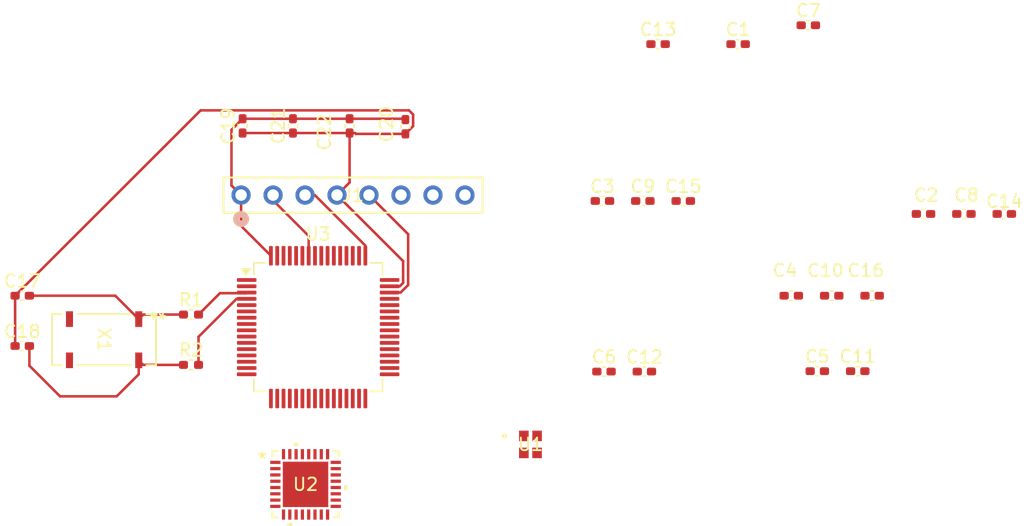
<source format=kicad_pcb>
(kicad_pcb (version 20240108) (generator "pcbnew") (generator_version "8.0")
  (layers (0 "F.Cu" signal) (31 "B.Cu" signal) (34 "B.Paste" user) (35 "F.Paste" user) (36 "B.SilkS" user "B.Silkscreen") (37 "F.SilkS" user "F.Silkscreen") (38 "B.Mask" user) (39 "F.Mask" user) (44 "Edge.Cuts" user))
  (net 0 "")
  (net 1 "Net-(U2-VDD)")
  (net 2 "GND")
  (net 3 "Net-(U2-VDD_A)")
  (net 4 "Net-(U2-XTI)")
  (net 5 "Net-(U2-XTO)")
  (net 6 "Net-(U2-VDD_AM)")
  (net 7 "Net-(U2-VDD_DR)")
  (net 8 "Net-(U2-VDD_D)")
  (net 9 "Net-(U2-AGDC)")
  (net 10 "Net-(C17-Pad2)")
  (net 11 "Net-(C18-Pad2)")
  (net 12 "/<NO NET>")
  (net 15 "/SWDIO")
  (net 16 "/SWCLK")
  (net 18 "Net-(U3-PC14)")
  (net 19 "Net-(U3-PC15)")
  (net 21 "/BSS")
  (net 25 "/RFO2")
  (net 28 "/MISO")
  (net 29 "/RFO1")
  (net 30 "/MOSI")
  (net 31 "/SPI1_SCK")
  (net 32 "/IRQ")
  (net 34 "+3V3")
  (footprint "Capacitor_SMD:C_0402_1005Metric_Pad0.74x0.62mm_HandSolder" (layer "F.Cu") (at 84 38)
    (property "Reference" "C13" (at 0 -1.16 0) (layer "F.SilkS"))
    (property "Value" "10nF")
    (fp_line (start -0.115835 -0.36) (end 0.115835 -0.36) (stroke (width 0.12)) (layer "F.SilkS"))
    (fp_line (start -0.115835 0.36) (end 0.115835 0.36) (stroke (width 0.12)) (layer "F.SilkS"))
    (pad "1" smd roundrect (at -0.5675 0) (size 0.735 0.62) (layers "F.Cu" "F.Paste" "F.Mask") (net 8 "Net-(U2-VDD_D)"))
    (pad "2" smd roundrect (at 0.5675 0) (size 0.735 0.62) (layers "F.Cu" "F.Paste" "F.Mask") (net 2 "GND"))
  )
  (footprint "Capacitor_SMD:C_0402_1005Metric_Pad0.74x0.62mm_HandSolder" (layer "F.Cu") (at 94.58 58)
    (property "Reference" "C4" (at -0.5 -2 0) (layer "F.SilkS"))
    (property "Value" "10nF")
    (fp_line (start -0.115835 -0.36) (end 0.115835 -0.36) (stroke (width 0.12)) (layer "F.SilkS"))
    (fp_line (start -0.115835 0.36) (end 0.115835 0.36) (stroke (width 0.12)) (layer "F.SilkS"))
    (pad "1" smd roundrect (at -0.5675 0) (size 0.735 0.62) (layers "F.Cu" "F.Paste" "F.Mask") (net 3 "Net-(U2-VDD_A)"))
    (pad "2" smd roundrect (at 0.5675 0) (size 0.735 0.62) (layers "F.Cu" "F.Paste" "F.Mask") (net 2 "GND"))
  )
  (footprint "NFC_Crystal:SMD04_NX2016S_NDK" (layer "F.Cu") (at 73.8643 69.8233)
    (property "Reference" "U1" (at 0 0 0) (layer "F.SilkS"))
    (property "Value" "NX2016SA-27.12MHZ-EXS00A-CS11337")
    (fp_circle (center -2.0636 -0.675) (end -1.9366 -0.675) (stroke (width 0.1524)) (fill none) (layer "F.SilkS"))
    (pad "1" smd rect (at -0.525 -0.675) (size 0.762 0.8382) (layers "F.Cu" "F.Paste" "F.Mask") (net 5 "Net-(U2-XTO)"))
    (pad "2" smd rect (at -0.525 0.675) (size 0.762 0.8382) (layers "F.Cu" "F.Paste" "F.Mask") (net 2 "GND"))
    (pad "3" smd rect (at 0.525 0.675) (size 0.762 0.8382) (layers "F.Cu" "F.Paste" "F.Mask") (net 4 "Net-(U2-XTI)"))
    (pad "4" smd rect (at 0.525 -0.675) (size 0.762 0.8382) (layers "F.Cu" "F.Paste" "F.Mask") (net 2 "GND"))
  )
  (footprint "Resistor_SMD:R_0402_1005Metric_Pad0.72x0.64mm_HandSolder" (layer "F.Cu") (at 46.9025 63.5)
    (property "Reference" "R2" (at 0 -1.17 0) (layer "F.SilkS"))
    (property "Value" "0")
    (fp_line (start -0.167621 -0.38) (end 0.167621 -0.38) (stroke (width 0.12)) (layer "F.SilkS"))
    (fp_line (start -0.167621 0.38) (end 0.167621 0.38) (stroke (width 0.12)) (layer "F.SilkS"))
    (pad "1" smd roundrect (at -0.5975 0) (size 0.715 0.64) (layers "F.Cu" "F.Paste" "F.Mask") (net 11 "Net-(C18-Pad2)"))
    (pad "2" smd roundrect (at 0.5975 0) (size 0.715 0.64) (layers "F.Cu" "F.Paste" "F.Mask") (net 19 "Net-(U3-PC15)"))
  )
  (footprint "NFC_ST25:VFQFPN32_5X5_WETTABLE_STM" (layer "F.Cu") (at 56 73)
    (property "Reference" "U2" (at 0 0 0) (layer "F.SilkS"))
    (property "Value" "ST25R3916B-AQWT")
    (fp_line (start -2.6289 -2.6289) (end -2.6289 -2.209739) (stroke (width 0.1524)) (layer "F.SilkS"))
    (fp_line (start -2.6289 2.209739) (end -2.6289 2.6289) (stroke (width 0.1524)) (layer "F.SilkS"))
    (fp_line (start -2.6289 2.6289) (end -2.209739 2.6289) (stroke (width 0.1524)) (layer "F.SilkS"))
    (fp_line (start -2.209739 -2.6289) (end -2.6289 -2.6289) (stroke (width 0.1524)) (layer "F.SilkS"))
    (fp_line (start 2.209739 2.6289) (end 2.6289 2.6289) (stroke (width 0.1524)) (layer "F.SilkS"))
    (fp_line (start 2.6289 -2.6289) (end 2.209739 -2.6289) (stroke (width 0.1524)) (layer "F.SilkS"))
    (fp_line (start 2.6289 -2.209739) (end 2.6289 -2.6289) (stroke (width 0.1524)) (layer "F.SilkS"))
    (fp_line (start 2.6289 2.6289) (end 2.6289 2.209739) (stroke (width 0.1524)) (layer "F.SilkS"))
    (fp_poly (pts (xy -1.4405 3.0607) (xy -1.4405 3.3147) (xy -1.0595 3.3147) (xy -1.0595 3.0607)) (fill solid) (layer "F.SilkS"))
    (fp_poly (pts (xy -0.940501 -3.0607) (xy -0.940501 -3.3147) (xy -0.559501 -3.3147) (xy -0.559501 -3.0607)) (fill solid) (layer "F.SilkS"))
    (fp_poly (pts (xy 3.3147 0.059499) (xy 3.3147 0.4405) (xy 3.0607 0.4405) (xy 3.0607 0.059499)) (fill solid) (layer "F.SilkS"))
    (fp_text user "*" (at -3.4417 -2 0) (layer "F.SilkS"))
    (fp_text user "*" (at -3.4417 -2 0) (layer "F.SilkS"))
    (pad "1" smd rect (at -2.4003 -1.749999 90) (size 0.254 0.8128) (layers "F.Cu" "F.Paste" "F.Mask") (net 34 "+3V3"))
    (pad "2" smd rect (at -2.4003 -1.25 90) (size 0.254 0.8128) (layers "F.Cu" "F.Paste" "F.Mask"))
    (pad "3" smd rect (at -2.4003 -0.750001 90) (size 0.254 0.8128) (layers "F.Cu" "F.Paste" "F.Mask") (net 8 "Net-(U2-VDD_D)"))
    (pad "4" smd rect (at -2.4003 -0.25 90) (size 0.254 0.8128) (layers "F.Cu" "F.Paste" "F.Mask") (net 5 "Net-(U2-XTO)"))
    (pad "5" smd rect (at -2.4003 0.25 90) (size 0.254 0.8128) (layers "F.Cu" "F.Paste" "F.Mask") (net 4 "Net-(U2-XTI)"))
    (pad "6" smd rect (at -2.4003 0.750001 90) (size 0.254 0.8128) (layers "F.Cu" "F.Paste" "F.Mask") (net 2 "GND"))
    (pad "7" smd rect (at -2.4003 1.25 90) (size 0.254 0.8128) (layers "F.Cu" "F.Paste" "F.Mask") (net 3 "Net-(U2-VDD_A)"))
    (pad "8" smd rect (at -2.4003 1.749999 90) (size 0.254 0.8128) (layers "F.Cu" "F.Paste" "F.Mask") (net 1 "Net-(U2-VDD)"))
    (pad "9" smd rect (at -1.749999 2.4003) (size 0.254 0.8128) (layers "F.Cu" "F.Paste" "F.Mask") (net 7 "Net-(U2-VDD_DR)"))
    (pad "10" smd rect (at -1.25 2.4003) (size 0.254 0.8128) (layers "F.Cu" "F.Paste" "F.Mask") (net 1 "Net-(U2-VDD)"))
    (pad "11" smd rect (at -0.750001 2.4003) (size 0.254 0.8128) (layers "F.Cu" "F.Paste" "F.Mask") (net 6 "Net-(U2-VDD_AM)"))
    (pad "12" smd rect (at -0.25 2.4003) (size 0.254 0.8128) (layers "F.Cu" "F.Paste" "F.Mask") (net 2 "GND"))
    (pad "13" smd rect (at 0.25 2.4003) (size 0.254 0.8128) (layers "F.Cu" "F.Paste" "F.Mask") (net 29 "/RFO1"))
    (pad "14" smd rect (at 0.750001 2.4003) (size 0.254 0.8128) (layers "F.Cu" "F.Paste" "F.Mask") (net 7 "Net-(U2-VDD_DR)"))
    (pad "15" smd rect (at 1.25 2.4003) (size 0.254 0.8128) (layers "F.Cu" "F.Paste" "F.Mask") (net 25 "/RFO2"))
    (pad "16" smd rect (at 1.749999 2.4003) (size 0.254 0.8128) (layers "F.Cu" "F.Paste" "F.Mask") (net 2 "GND"))
    (pad "17" smd rect (at 2.4003 1.749999 90) (size 0.254 0.8128) (layers "F.Cu" "F.Paste" "F.Mask"))
    (pad "18" smd rect (at 2.4003 1.25 90) (size 0.254 0.8128) (layers "F.Cu" "F.Paste" "F.Mask"))
    (pad "19" smd rect (at 2.4003 0.750001 90) (size 0.254 0.8128) (layers "F.Cu" "F.Paste" "F.Mask"))
    (pad "20" smd rect (at 2.4003 0.25 90) (size 0.254 0.8128) (layers "F.Cu" "F.Paste" "F.Mask") (net 2 "GND"))
    (pad "21" smd rect (at 2.4003 -0.25 90) (size 0.254 0.8128) (layers "F.Cu" "F.Paste" "F.Mask") (net 2 "GND"))
    (pad "22" smd rect (at 2.4003 -0.750001 90) (size 0.254 0.8128) (layers "F.Cu" "F.Paste" "F.Mask"))
    (pad "23" smd rect (at 2.4003 -1.25 90) (size 0.254 0.8128) (layers "F.Cu" "F.Paste" "F.Mask"))
    (pad "24" smd rect (at 2.4003 -1.749999 90) (size 0.254 0.8128) (layers "F.Cu" "F.Paste" "F.Mask") (net 9 "Net-(U2-AGDC)"))
    (pad "25" smd rect (at 1.749999 -2.4003) (size 0.254 0.8128) (layers "F.Cu" "F.Paste" "F.Mask"))
    (pad "26" smd rect (at 1.25 -2.4003) (size 0.254 0.8128) (layers "F.Cu" "F.Paste" "F.Mask") (net 2 "GND"))
    (pad "27" smd rect (at 0.750001 -2.4003) (size 0.254 0.8128) (layers "F.Cu" "F.Paste" "F.Mask") (net 32 "/IRQ"))
    (pad "28" smd rect (at 0.25 -2.4003) (size 0.254 0.8128) (layers "F.Cu" "F.Paste" "F.Mask"))
    (pad "29" smd rect (at -0.25 -2.4003) (size 0.254 0.8128) (layers "F.Cu" "F.Paste" "F.Mask") (net 21 "/BSS"))
    (pad "30" smd rect (at -0.750001 -2.4003) (size 0.254 0.8128) (layers "F.Cu" "F.Paste" "F.Mask") (net 31 "/SPI1_SCK"))
    (pad "31" smd rect (at -1.25 -2.4003) (size 0.254 0.8128) (layers "F.Cu" "F.Paste" "F.Mask") (net 30 "/MOSI"))
    (pad "32" smd rect (at -1.749999 -2.4003) (size 0.254 0.8128) (layers "F.Cu" "F.Paste" "F.Mask") (net 28 "/MISO"))
    (pad "33" smd rect (at 0 0) (size 3.6068 3.6068) (layers "F.Cu" "F.Paste" "F.Mask") (net 2 "GND"))
  )
  (footprint "Capacitor_SMD:C_0402_1005Metric_Pad0.74x0.62mm_HandSolder" (layer "F.Cu") (at 33.5 58)
    (property "Reference" "C17" (at 0 -1.16 0) (layer "F.SilkS"))
    (property "Value" "4.3p")
    (fp_line (start -0.115835 -0.36) (end 0.115835 -0.36) (stroke (width 0.12)) (layer "F.SilkS"))
    (fp_line (start -0.115835 0.36) (end 0.115835 0.36) (stroke (width 0.12)) (layer "F.SilkS"))
    (pad "1" smd roundrect (at -0.5675 0) (size 0.735 0.62) (layers "F.Cu" "F.Paste" "F.Mask") (net 2 "GND"))
    (pad "2" smd roundrect (at 0.5675 0) (size 0.735 0.62) (layers "F.Cu" "F.Paste" "F.Mask") (net 10 "Net-(C17-Pad2)"))
  )
  (footprint "Capacitor_SMD:C_0402_1005Metric_Pad0.74x0.62mm_HandSolder" (layer "F.Cu") (at 33.5 62)
    (property "Reference" "C18" (at 0 -1.16 0) (layer "F.SilkS"))
    (property "Value" "4.3p")
    (fp_line (start -0.115835 -0.36) (end 0.115835 -0.36) (stroke (width 0.12)) (layer "F.SilkS"))
    (fp_line (start -0.115835 0.36) (end 0.115835 0.36) (stroke (width 0.12)) (layer "F.SilkS"))
    (pad "1" smd roundrect (at -0.5675 0) (size 0.735 0.62) (layers "F.Cu" "F.Paste" "F.Mask") (net 2 "GND"))
    (pad "2" smd roundrect (at 0.5675 0) (size 0.735 0.62) (layers "F.Cu" "F.Paste" "F.Mask") (net 11 "Net-(C18-Pad2)"))
  )
  (footprint "Header_Connector:CON8_1X8_TUC_HTS_SAI" (layer "F.Cu") (at 59.77 50)
    (property "Reference" "J1" (at 0 0 0) (layer "F.SilkS"))
    (property "Value" "TS-108-T-A-1")
    (fp_circle (center -8.89 1.905) (end -8.509 1.905) (stroke (width 0.508)) (fill none) (layer "B.SilkS"))
    (fp_line (start -10.287 -1.397) (end -10.287 1.397) (stroke (width 0.1524)) (layer "F.SilkS"))
    (fp_line (start -10.287 1.397) (end 10.287 1.397) (stroke (width 0.1524)) (layer "F.SilkS"))
    (fp_line (start 10.287 -1.397) (end -10.287 -1.397) (stroke (width 0.1524)) (layer "F.SilkS"))
    (fp_line (start 10.287 1.397) (end 10.287 -1.397) (stroke (width 0.1524)) (layer "F.SilkS"))
    (fp_circle (center -8.89 1.905) (end -8.509 1.905) (stroke (width 0.508)) (fill none) (layer "F.SilkS"))
    (pad "1" thru_hole circle (at -8.89 0 90) (size 1.524 1.524) (drill 0.9144) (layers "*.Cu" "*.Mask") (net 12 "/<NO NET>"))
    (pad "2" thru_hole circle (at -6.35 0 90) (size 1.524 1.524) (drill 0.9144) (layers "*.Cu" "*.Mask") (net 21 "/BSS"))
    (pad "3" thru_hole circle (at -3.81 0 90) (size 1.524 1.524) (drill 0.9144) (layers "*.Cu" "*.Mask") (net 16 "/SWCLK"))
    (pad "4" thru_hole circle (at -1.27 0 90) (size 1.524 1.524) (drill 0.9144) (layers "*.Cu" "*.Mask") (net 2 "GND"))
    (pad "5" thru_hole circle (at 1.27 0 90) (size 1.524 1.524) (drill 0.9144) (layers "*.Cu" "*.Mask") (net 15 "/SWDIO"))
    (pad "6" thru_hole circle (at 3.81 0 90) (size 1.524 1.524) (drill 0.9144) (layers "*.Cu" "*.Mask"))
    (pad "7" thru_hole circle (at 6.35 0 90) (size 1.524 1.524) (drill 0.9144) (layers "*.Cu" "*.Mask"))
    (pad "8" thru_hole circle (at 8.89 0 90) (size 1.524 1.524) (drill 0.9144) (layers "*.Cu" "*.Mask"))
  )
  (footprint "Capacitor_SMD:C_0402_1005Metric_Pad0.74x0.62mm_HandSolder" (layer "F.Cu") (at 105.08 51.5)
    (property "Reference" "C2" (at 0.21 -1.5 0) (layer "F.SilkS"))
    (property "Value" "2u2")
    (fp_line (start -0.115835 -0.36) (end 0.115835 -0.36) (stroke (width 0.12)) (layer "F.SilkS"))
    (fp_line (start -0.115835 0.36) (end 0.115835 0.36) (stroke (width 0.12)) (layer "F.SilkS"))
    (pad "1" smd roundrect (at -0.5675 0) (size 0.735 0.62) (layers "F.Cu" "F.Paste" "F.Mask") (net 1 "Net-(U2-VDD)"))
    (pad "2" smd roundrect (at 0.5675 0) (size 0.735 0.62) (layers "F.Cu" "F.Paste" "F.Mask") (net 2 "GND"))
  )
  (footprint "Capacitor_SMD:C_0402_1005Metric_Pad0.74x0.62mm_HandSolder" (layer "F.Cu") (at 111.5 51.5)
    (property "Reference" "C14" (at 0 -1 0) (layer "F.SilkS"))
    (property "Value" "2u2")
    (fp_line (start -0.115835 -0.36) (end 0.115835 -0.36) (stroke (width 0.12)) (layer "F.SilkS"))
    (fp_line (start -0.115835 0.36) (end 0.115835 0.36) (stroke (width 0.12)) (layer "F.SilkS"))
    (pad "1" smd roundrect (at -0.5675 0) (size 0.735 0.62) (layers "F.Cu" "F.Paste" "F.Mask") (net 8 "Net-(U2-VDD_D)"))
    (pad "2" smd roundrect (at 0.5675 0) (size 0.735 0.62) (layers "F.Cu" "F.Paste" "F.Mask") (net 2 "GND"))
  )
  (footprint "Capacitor_SMD:C_0402_1005Metric_Pad0.74x0.62mm_HandSolder" (layer "F.Cu") (at 101 58)
    (property "Reference" "C16" (at -0.5 -2 0) (layer "F.SilkS"))
    (property "Value" "10nF")
    (fp_line (start -0.115835 -0.36) (end 0.115835 -0.36) (stroke (width 0.12)) (layer "F.SilkS"))
    (fp_line (start -0.115835 0.36) (end 0.115835 0.36) (stroke (width 0.12)) (layer "F.SilkS"))
    (pad "1" smd roundrect (at -0.5675 0) (size 0.735 0.62) (layers "F.Cu" "F.Paste" "F.Mask") (net 9 "Net-(U2-AGDC)"))
    (pad "2" smd roundrect (at 0.5675 0) (size 0.735 0.62) (layers "F.Cu" "F.Paste" "F.Mask") (net 2 "GND"))
  )
  (footprint "Capacitor_SMD:C_0402_1005Metric_Pad0.74x0.62mm_HandSolder" (layer "F.Cu") (at 55 44.5 90)
    (property "Reference" "C21" (at 0 -1.16 270) (layer "F.SilkS"))
    (property "Value" "100n")
    (fp_line (start -0.115835 -0.36) (end 0.115835 -0.36) (stroke (width 0.12)) (layer "F.SilkS"))
    (fp_line (start -0.115835 0.36) (end 0.115835 0.36) (stroke (width 0.12)) (layer "F.SilkS"))
    (pad "1" smd roundrect (at -0.5675 0 90) (size 0.735 0.62) (layers "F.Cu" "F.Paste" "F.Mask") (net 2 "GND"))
    (pad "2" smd roundrect (at 0.5675 0 90) (size 0.735 0.62) (layers "F.Cu" "F.Paste" "F.Mask") (net 12 "/<NO NET>"))
  )
  (footprint "Capacitor_SMD:C_0402_1005Metric_Pad0.74x0.62mm_HandSolder" (layer "F.Cu") (at 96.6475 64)
    (property "Reference" "C5" (at 0 -1.16 0) (layer "F.SilkS"))
    (property "Value" "2u2")
    (fp_line (start -0.115835 -0.36) (end 0.115835 -0.36) (stroke (width 0.12)) (layer "F.SilkS"))
    (fp_line (start -0.115835 0.36) (end 0.115835 0.36) (stroke (width 0.12)) (layer "F.SilkS"))
    (pad "1" smd roundrect (at -0.5675 0) (size 0.735 0.62) (layers "F.Cu" "F.Paste" "F.Mask") (net 1 "Net-(U2-VDD)"))
    (pad "2" smd roundrect (at 0.5675 0) (size 0.735 0.62) (layers "F.Cu" "F.Paste" "F.Mask") (net 2 "GND"))
  )
  (footprint "Capacitor_SMD:C_0402_1005Metric_Pad0.74x0.62mm_HandSolder" (layer "F.Cu") (at 99.8575 64)
    (property "Reference" "C11" (at 0 -1.16 0) (layer "F.SilkS"))
    (property "Value" "10nF")
    (fp_line (start -0.115835 -0.36) (end 0.115835 -0.36) (stroke (width 0.12)) (layer "F.SilkS"))
    (fp_line (start -0.115835 0.36) (end 0.115835 0.36) (stroke (width 0.12)) (layer "F.SilkS"))
    (pad "1" smd roundrect (at -0.5675 0) (size 0.735 0.62) (layers "F.Cu" "F.Paste" "F.Mask") (net 7 "Net-(U2-VDD_DR)"))
    (pad "2" smd roundrect (at 0.5675 0) (size 0.735 0.62) (layers "F.Cu" "F.Paste" "F.Mask") (net 2 "GND"))
  )
  (footprint "Capacitor_SMD:C_0402_1005Metric_Pad0.74x0.62mm_HandSolder" (layer "F.Cu") (at 51 44.5 90)
    (property "Reference" "C19" (at 0 -1.16 270) (layer "F.SilkS"))
    (property "Value" "100n")
    (fp_line (start -0.115835 -0.36) (end 0.115835 -0.36) (stroke (width 0.12)) (layer "F.SilkS"))
    (fp_line (start -0.115835 0.36) (end 0.115835 0.36) (stroke (width 0.12)) (layer "F.SilkS"))
    (pad "1" smd roundrect (at -0.5675 0 90) (size 0.735 0.62) (layers "F.Cu" "F.Paste" "F.Mask") (net 2 "GND"))
    (pad "2" smd roundrect (at 0.5675 0 90) (size 0.735 0.62) (layers "F.Cu" "F.Paste" "F.Mask") (net 12 "/<NO NET>"))
  )
  (footprint "Package_QFP:LQFP-64_10x10mm_P0.5mm" (layer "F.Cu") (at 57 60.5)
    (property "Reference" "U3" (at 0 -7.4 0) (layer "F.SilkS"))
    (property "Value" "STM32L476RGTx")
    (fp_line (start -5.11 -5.11) (end -5.11 -4.16) (stroke (width 0.12)) (layer "F.SilkS"))
    (fp_line (start -5.11 5.11) (end -5.11 4.16) (stroke (width 0.12)) (layer "F.SilkS"))
    (fp_line (start -4.16 -5.11) (end -5.11 -5.11) (stroke (width 0.12)) (layer "F.SilkS"))
    (fp_line (start -4.16 5.11) (end -5.11 5.11) (stroke (width 0.12)) (layer "F.SilkS"))
    (fp_line (start 4.16 -5.11) (end 5.11 -5.11) (stroke (width 0.12)) (layer "F.SilkS"))
    (fp_line (start 4.16 5.11) (end 5.11 5.11) (stroke (width 0.12)) (layer "F.SilkS"))
    (fp_line (start 5.11 -5.11) (end 5.11 -4.16) (stroke (width 0.12)) (layer "F.SilkS"))
    (fp_line (start 5.11 5.11) (end 5.11 4.16) (stroke (width 0.12)) (layer "F.SilkS"))
    (fp_poly (pts (xy -5.725 -4.16) (xy -6.065 -4.63) (xy -5.385 -4.63) (xy -5.725 -4.16)) (stroke (width 0.12)) (fill solid) (layer "F.SilkS"))
    (pad "1" smd roundrect (at -5.675 -3.75) (size 1.55 0.3) (layers "F.Cu" "F.Paste" "F.Mask"))
    (pad "2" smd roundrect (at -5.675 -3.25) (size 1.55 0.3) (layers "F.Cu" "F.Paste" "F.Mask"))
    (pad "3" smd roundrect (at -5.675 -2.75) (size 1.55 0.3) (layers "F.Cu" "F.Paste" "F.Mask") (net 18 "Net-(U3-PC14)"))
    (pad "4" smd roundrect (at -5.675 -2.25) (size 1.55 0.3) (layers "F.Cu" "F.Paste" "F.Mask") (net 19 "Net-(U3-PC15)"))
    (pad "5" smd roundrect (at -5.675 -1.75) (size 1.55 0.3) (layers "F.Cu" "F.Paste" "F.Mask"))
    (pad "6" smd roundrect (at -5.675 -1.25) (size 1.55 0.3) (layers "F.Cu" "F.Paste" "F.Mask"))
    (pad "7" smd roundrect (at -5.675 -0.75) (size 1.55 0.3) (layers "F.Cu" "F.Paste" "F.Mask"))
    (pad "8" smd roundrect (at -5.675 -0.25) (size 1.55 0.3) (layers "F.Cu" "F.Paste" "F.Mask"))
    (pad "9" smd roundrect (at -5.675 0.25) (size 1.55 0.3) (layers "F.Cu" "F.Paste" "F.Mask"))
    (pad "10" smd roundrect (at -5.675 0.75) (size 1.55 0.3) (layers "F.Cu" "F.Paste" "F.Mask"))
    (pad "11" smd roundrect (at -5.675 1.25) (size 1.55 0.3) (layers "F.Cu" "F.Paste" "F.Mask"))
    (pad "12" smd roundrect (at -5.675 1.75) (size 1.55 0.3) (layers "F.Cu" "F.Paste" "F.Mask"))
    (pad "13" smd roundrect (at -5.675 2.25) (size 1.55 0.3) (layers "F.Cu" "F.Paste" "F.Mask"))
    (pad "14" smd roundrect (at -5.675 2.75) (size 1.55 0.3) (layers "F.Cu" "F.Paste" "F.Mask") (net 32 "/IRQ"))
    (pad "15" smd roundrect (at -5.675 3.25) (size 1.55 0.3) (layers "F.Cu" "F.Paste" "F.Mask"))
    (pad "16" smd roundrect (at -5.675 3.75) (size 1.55 0.3) (layers "F.Cu" "F.Paste" "F.Mask"))
    (pad "17" smd roundrect (at -3.75 5.675) (size 0.3 1.55) (layers "F.Cu" "F.Paste" "F.Mask"))
    (pad "18" smd roundrect (at -3.25 5.675) (size 0.3 1.55) (layers "F.Cu" "F.Paste" "F.Mask") (net 2 "GND"))
    (pad "19" smd roundrect (at -2.75 5.675) (size 0.3 1.55) (layers "F.Cu" "F.Paste" "F.Mask") (net 12 "/<NO NET>"))
    (pad "20" smd roundrect (at -2.25 5.675) (size 0.3 1.55) (layers "F.Cu" "F.Paste" "F.Mask"))
    (pad "21" smd roundrect (at -1.75 5.675) (size 0.3 1.55) (layers "F.Cu" "F.Paste" "F.Mask") (net 31 "/SPI1_SCK"))
    (pad "22" smd roundrect (at -1.25 5.675) (size 0.3 1.55) (layers "F.Cu" "F.Paste" "F.Mask") (net 28 "/MISO"))
    (pad "23" smd roundrect (at -0.75 5.675) (size 0.3 1.55) (layers "F.Cu" "F.Paste" "F.Mask") (net 30 "/MOSI"))
    (pad "24" smd roundrect (at -0.25 5.675) (size 0.3 1.55) (layers "F.Cu" "F.Paste" "F.Mask"))
    (pad "25" smd roundrect (at 0.25 5.675) (size 0.3 1.55) (layers "F.Cu" "F.Paste" "F.Mask"))
    (pad "26" smd roundrect (at 0.75 5.675) (size 0.3 1.55) (layers "F.Cu" "F.Paste" "F.Mask"))
    (pad "27" smd roundrect (at 1.25 5.675) (size 0.3 1.55) (layers "F.Cu" "F.Paste" "F.Mask"))
    (pad "28" smd roundrect (at 1.75 5.675) (size 0.3 1.55) (layers "F.Cu" "F.Paste" "F.Mask"))
    (pad "29" smd roundrect (at 2.25 5.675) (size 0.3 1.55) (layers "F.Cu" "F.Paste" "F.Mask"))
    (pad "30" smd roundrect (at 2.75 5.675) (size 0.3 1.55) (layers "F.Cu" "F.Paste" "F.Mask"))
    (pad "31" smd roundrect (at 3.25 5.675) (size 0.3 1.55) (layers "F.Cu" "F.Paste" "F.Mask") (net 2 "GND"))
    (pad "32" smd roundrect (at 3.75 5.675) (size 0.3 1.55) (layers "F.Cu" "F.Paste" "F.Mask") (net 12 "/<NO NET>"))
    (pad "33" smd roundrect (at 5.675 3.75) (size 1.55 0.3) (layers "F.Cu" "F.Paste" "F.Mask"))
    (pad "34" smd roundrect (at 5.675 3.25) (size 1.55 0.3) (layers "F.Cu" "F.Paste" "F.Mask"))
    (pad "35" smd roundrect (at 5.675 2.75) (size 1.55 0.3) (layers "F.Cu" "F.Paste" "F.Mask"))
    (pad "36" smd roundrect (at 5.675 2.25) (size 1.55 0.3) (layers "F.Cu" "F.Paste" "F.Mask"))
    (pad "37" smd roundrect (at 5.675 1.75) (size 1.55 0.3) (layers "F.Cu" "F.Paste" "F.Mask"))
    (pad "38" smd roundrect (at 5.675 1.25) (size 1.55 0.3) (layers "F.Cu" "F.Paste" "F.Mask"))
    (pad "39" smd roundrect (at 5.675 0.75) (size 1.55 0.3) (layers "F.Cu" "F.Paste" "F.Mask"))
    (pad "40" smd roundrect (at 5.675 0.25) (size 1.55 0.3) (layers "F.Cu" "F.Paste" "F.Mask"))
    (pad "41" smd roundrect (at 5.675 -0.25) (size 1.55 0.3) (layers "F.Cu" "F.Paste" "F.Mask"))
    (pad "42" smd roundrect (at 5.675 -0.75) (size 1.55 0.3) (layers "F.Cu" "F.Paste" "F.Mask"))
    (pad "43" smd roundrect (at 5.675 -1.25) (size 1.55 0.3) (layers "F.Cu" "F.Paste" "F.Mask"))
    (pad "44" smd roundrect (at 5.675 -1.75) (size 1.55 0.3) (layers "F.Cu" "F.Paste" "F.Mask"))
    (pad "45" smd roundrect (at 5.675 -2.25) (size 1.55 0.3) (layers "F.Cu" "F.Paste" "F.Mask"))
    (pad "46" smd roundrect (at 5.675 -2.75) (size 1.55 0.3) (layers "F.Cu" "F.Paste" "F.Mask") (net 15 "/SWDIO"))
    (pad "47" smd roundrect (at 5.675 -3.25) (size 1.55 0.3) (layers "F.Cu" "F.Paste" "F.Mask") (net 2 "GND"))
    (pad "48" smd roundrect (at 5.675 -3.75) (size 1.55 0.3) (layers "F.Cu" "F.Paste" "F.Mask"))
    (pad "49" smd roundrect (at 3.75 -5.675) (size 0.3 1.55) (layers "F.Cu" "F.Paste" "F.Mask") (net 16 "/SWCLK"))
    (pad "50" smd roundrect (at 3.25 -5.675) (size 0.3 1.55) (layers "F.Cu" "F.Paste" "F.Mask"))
    (pad "51" smd roundrect (at 2.75 -5.675) (size 0.3 1.55) (layers "F.Cu" "F.Paste" "F.Mask"))
    (pad "52" smd roundrect (at 2.25 -5.675) (size 0.3 1.55) (layers "F.Cu" "F.Paste" "F.Mask"))
    (pad "53" smd roundrect (at 1.75 -5.675) (size 0.3 1.55) (layers "F.Cu" "F.Paste" "F.Mask"))
    (pad "54" smd roundrect (at 1.25 -5.675) (size 0.3 1.55) (layers "F.Cu" "F.Paste" "F.Mask"))
    (pad "55" smd roundrect (at 0.75 -5.675) (size 0.3 1.55) (layers "F.Cu" "F.Paste" "F.Mask"))
    (pad "56" smd roundrect (at 0.25 -5.675) (size 0.3 1.55) (layers "F.Cu" "F.Paste" "F.Mask"))
    (pad "57" smd roundrect (at -0.25 -5.675) (size 0.3 1.55) (layers "F.Cu" "F.Paste" "F.Mask"))
    (pad "58" smd roundrect (at -0.75 -5.675) (size 0.3 1.55) (layers "F.Cu" "F.Paste" "F.Mask") (net 21 "/BSS"))
    (pad "59" smd roundrect (at -1.25 -5.675) (size 0.3 1.55) (layers "F.Cu" "F.Paste" "F.Mask"))
    (pad "60" smd roundrect (at -1.75 -5.675) (size 0.3 1.55) (layers "F.Cu" "F.Paste" "F.Mask"))
    (pad "61" smd roundrect (at -2.25 -5.675) (size 0.3 1.55) (layers "F.Cu" "F.Paste" "F.Mask"))
    (pad "62" smd roundrect (at -2.75 -5.675) (size 0.3 1.55) (layers "F.Cu" "F.Paste" "F.Mask"))
    (pad "63" smd roundrect (at -3.25 -5.675) (size 0.3 1.55) (layers "F.Cu" "F.Paste" "F.Mask") (net 2 "GND"))
    (pad "64" smd roundrect (at -3.75 -5.675) (size 0.3 1.55) (layers "F.Cu" "F.Paste" "F.Mask") (net 12 "/<NO NET>"))
  )
  (footprint "Capacitor_SMD:C_0402_1005Metric_Pad0.74x0.62mm_HandSolder" (layer "F.Cu") (at 59.5 44.5 90)
    (property "Reference" "C22" (at -0.5 -2 270) (layer "F.SilkS"))
    (property "Value" "100n")
    (fp_line (start -0.115835 -0.36) (end 0.115835 -0.36) (stroke (width 0.12)) (layer "F.SilkS"))
    (fp_line (start -0.115835 0.36) (end 0.115835 0.36) (stroke (width 0.12)) (layer "F.SilkS"))
    (pad "1" smd roundrect (at -0.5675 0 90) (size 0.735 0.62) (layers "F.Cu" "F.Paste" "F.Mask") (net 2 "GND"))
    (pad "2" smd roundrect (at 0.5675 0 90) (size 0.735 0.62) (layers "F.Cu" "F.Paste" "F.Mask") (net 12 "/<NO NET>"))
  )
  (footprint "Resistor_SMD:R_0402_1005Metric_Pad0.72x0.64mm_HandSolder" (layer "F.Cu") (at 46.9025 59.5)
    (property "Reference" "R1" (at 0 -1.17 0) (layer "F.SilkS"))
    (property "Value" "0")
    (fp_line (start -0.167621 -0.38) (end 0.167621 -0.38) (stroke (width 0.12)) (layer "F.SilkS"))
    (fp_line (start -0.167621 0.38) (end 0.167621 0.38) (stroke (width 0.12)) (layer "F.SilkS"))
    (pad "1" smd roundrect (at -0.5975 0) (size 0.715 0.64) (layers "F.Cu" "F.Paste" "F.Mask") (net 10 "Net-(C17-Pad2)"))
    (pad "2" smd roundrect (at 0.5975 0) (size 0.715 0.64) (layers "F.Cu" "F.Paste" "F.Mask") (net 18 "Net-(U3-PC14)"))
  )
  (footprint "Capacitor_SMD:C_0402_1005Metric_Pad0.74x0.62mm_HandSolder" (layer "F.Cu") (at 82.9125 64.03)
    (property "Reference" "C12" (at 0 -1.16 0) (layer "F.SilkS"))
    (property "Value" "2u2")
    (fp_line (start -0.115835 -0.36) (end 0.115835 -0.36) (stroke (width 0.12)) (layer "F.SilkS"))
    (fp_line (start -0.115835 0.36) (end 0.115835 0.36) (stroke (width 0.12)) (layer "F.SilkS"))
    (pad "1" smd roundrect (at -0.5675 0) (size 0.735 0.62) (layers "F.Cu" "F.Paste" "F.Mask") (net 7 "Net-(U2-VDD_DR)"))
    (pad "2" smd roundrect (at 0.5675 0) (size 0.735 0.62) (layers "F.Cu" "F.Paste" "F.Mask") (net 2 "GND"))
  )
  (footprint "Capacitor_SMD:C_0402_1005Metric_Pad0.74x0.62mm_HandSolder" (layer "F.Cu") (at 95.9325 36.5)
    (property "Reference" "C7" (at 0 -1.16 0) (layer "F.SilkS"))
    (property "Value" "10pF")
    (fp_line (start -0.115835 -0.36) (end 0.115835 -0.36) (stroke (width 0.12)) (layer "F.SilkS"))
    (fp_line (start -0.115835 0.36) (end 0.115835 0.36) (stroke (width 0.12)) (layer "F.SilkS"))
    (pad "1" smd roundrect (at -0.5675 0) (size 0.735 0.62) (layers "F.Cu" "F.Paste" "F.Mask") (net 4 "Net-(U2-XTI)"))
    (pad "2" smd roundrect (at 0.5675 0) (size 0.735 0.62) (layers "F.Cu" "F.Paste" "F.Mask") (net 2 "GND"))
  )
  (footprint "Nucleo_Crystal:X_ABS25_ABR" (layer "F.Cu") (at 40 61.5 -90)
    (property "Reference" "X1" (at 0 0 -90) (layer "F.SilkS"))
    (property "Value" "ABS25-32.768KHZ-6-T")
    (fp_line (start -2.032 4.1275) (end 2.032 4.1275) (stroke (width 0.1524)) (layer "F.SilkS"))
    (fp_line (start 2.032 4.1275) (end 2.032 3.36214) (stroke (width 0.1524)) (layer "F.SilkS"))
    (fp_line (start -2.032 3.36214) (end -2.032 4.1275) (stroke (width 0.1524)) (layer "F.SilkS"))
    (fp_line (start 2.032 2.13786) (end 2.032 -2.13786) (stroke (width 0.1524)) (layer "F.SilkS"))
    (fp_line (start -2.032 -2.13786) (end -2.032 2.13786) (stroke (width 0.1524)) (layer "F.SilkS"))
    (fp_line (start 2.032 -3.36214) (end 2.032 -4.1275) (stroke (width 0.1524)) (layer "F.SilkS"))
    (fp_line (start -2.032 -4.1275) (end -2.032 -3.36214) (stroke (width 0.1524)) (layer "F.SilkS"))
    (fp_line (start 2.032 -4.1275) (end -2.032 -4.1275) (stroke (width 0.1524)) (layer "F.SilkS"))
    (fp_text user "*" (at -1.8923 -4.2994 -90) (layer "F.SilkS"))
    (fp_text user "*" (at -1.8923 -4.2994 -90) (layer "F.SilkS"))
    (pad "1" smd rect (at -1.6383 -2.75 270) (size 1.2446 0.5588) (layers "F.Cu" "F.Paste" "F.Mask") (net 10 "Net-(C17-Pad2)"))
    (pad "2" smd rect (at -1.6383 2.75 270) (size 1.2446 0.5588) (layers "F.Cu" "F.Paste" "F.Mask"))
    (pad "3" smd rect (at 1.6383 2.75 270) (size 1.2446 0.5588) (layers "F.Cu" "F.Paste" "F.Mask"))
    (pad "4" smd rect (at 1.6383 -2.75 270) (size 1.2446 0.5588) (layers "F.Cu" "F.Paste" "F.Mask") (net 11 "Net-(C18-Pad2)"))
  )
  (footprint "Capacitor_SMD:C_0402_1005Metric_Pad0.74x0.62mm_HandSolder" (layer "F.Cu") (at 86 50.47)
    (property "Reference" "C15" (at 0 -1.16 0) (layer "F.SilkS"))
    (property "Value" "1uF")
    (fp_line (start -0.115835 -0.36) (end 0.115835 -0.36) (stroke (width 0.12)) (layer "F.SilkS"))
    (fp_line (start -0.115835 0.36) (end 0.115835 0.36) (stroke (width 0.12)) (layer "F.SilkS"))
    (pad "1" smd roundrect (at -0.5675 0) (size 0.735 0.62) (layers "F.Cu" "F.Paste" "F.Mask") (net 2 "GND"))
    (pad "2" smd roundrect (at 0.5675 0) (size 0.735 0.62) (layers "F.Cu" "F.Paste" "F.Mask") (net 9 "Net-(U2-AGDC)"))
  )
  (footprint "Capacitor_SMD:C_0402_1005Metric_Pad0.74x0.62mm_HandSolder" (layer "F.Cu") (at 79.58 50.47)
    (property "Reference" "C3" (at 0 -1.16 0) (layer "F.SilkS"))
    (property "Value" "10nF")
    (fp_line (start -0.115835 -0.36) (end 0.115835 -0.36) (stroke (width 0.12)) (layer "F.SilkS"))
    (fp_line (start -0.115835 0.36) (end 0.115835 0.36) (stroke (width 0.12)) (layer "F.SilkS"))
    (pad "1" smd roundrect (at -0.5675 0) (size 0.735 0.62) (layers "F.Cu" "F.Paste" "F.Mask") (net 1 "Net-(U2-VDD)"))
    (pad "2" smd roundrect (at 0.5675 0) (size 0.735 0.62) (layers "F.Cu" "F.Paste" "F.Mask") (net 2 "GND"))
  )
  (footprint "Capacitor_SMD:C_0402_1005Metric_Pad0.74x0.62mm_HandSolder" (layer "F.Cu") (at 82.79 50.47)
    (property "Reference" "C9" (at 0 -1.16 0) (layer "F.SilkS"))
    (property "Value" "22nF")
    (fp_line (start -0.115835 -0.36) (end 0.115835 -0.36) (stroke (width 0.12)) (layer "F.SilkS"))
    (fp_line (start -0.115835 0.36) (end 0.115835 0.36) (stroke (width 0.12)) (layer "F.SilkS"))
    (pad "1" smd roundrect (at -0.5675 0) (size 0.735 0.62) (layers "F.Cu" "F.Paste" "F.Mask") (net 6 "Net-(U2-VDD_AM)"))
    (pad "2" smd roundrect (at 0.5675 0) (size 0.735 0.62) (layers "F.Cu" "F.Paste" "F.Mask") (net 2 "GND"))
  )
  (footprint "Capacitor_SMD:C_0402_1005Metric_Pad0.74x0.62mm_HandSolder" (layer "F.Cu") (at 108.29 51.5)
    (property "Reference" "C8" (at 0.21 -1.5 0) (layer "F.SilkS"))
    (property "Value" "10pF")
    (fp_line (start -0.115835 -0.36) (end 0.115835 -0.36) (stroke (width 0.12)) (layer "F.SilkS"))
    (fp_line (start -0.115835 0.36) (end 0.115835 0.36) (stroke (width 0.12)) (layer "F.SilkS"))
    (pad "1" smd roundrect (at -0.5675 0) (size 0.735 0.62) (layers "F.Cu" "F.Paste" "F.Mask") (net 5 "Net-(U2-XTO)"))
    (pad "2" smd roundrect (at 0.5675 0) (size 0.735 0.62) (layers "F.Cu" "F.Paste" "F.Mask") (net 2 "GND"))
  )
  (footprint "Capacitor_SMD:C_0402_1005Metric_Pad0.74x0.62mm_HandSolder" (layer "F.Cu") (at 79.7025 64.03)
    (property "Reference" "C6" (at 0 -1.16 0) (layer "F.SilkS"))
    (property "Value" "2u2")
    (fp_line (start -0.115835 -0.36) (end 0.115835 -0.36) (stroke (width 0.12)) (layer "F.SilkS"))
    (fp_line (start -0.115835 0.36) (end 0.115835 0.36) (stroke (width 0.12)) (layer "F.SilkS"))
    (pad "1" smd roundrect (at -0.5675 0) (size 0.735 0.62) (layers "F.Cu" "F.Paste" "F.Mask") (net 3 "Net-(U2-VDD_A)"))
    (pad "2" smd roundrect (at 0.5675 0) (size 0.735 0.62) (layers "F.Cu" "F.Paste" "F.Mask") (net 2 "GND"))
  )
  (footprint "Capacitor_SMD:C_0402_1005Metric_Pad0.74x0.62mm_HandSolder" (layer "F.Cu") (at 90.3575 38)
    (property "Reference" "C1" (at 0 -1.16 0) (layer "F.SilkS"))
    (property "Value" "10nF")
    (fp_line (start -0.115835 -0.36) (end 0.115835 -0.36) (stroke (width 0.12)) (layer "F.SilkS"))
    (fp_line (start -0.115835 0.36) (end 0.115835 0.36) (stroke (width 0.12)) (layer "F.SilkS"))
    (pad "1" smd roundrect (at -0.5675 0) (size 0.735 0.62) (layers "F.Cu" "F.Paste" "F.Mask") (net 1 "Net-(U2-VDD)"))
    (pad "2" smd roundrect (at 0.5675 0) (size 0.735 0.62) (layers "F.Cu" "F.Paste" "F.Mask") (net 2 "GND"))
  )
  (footprint "Capacitor_SMD:C_0402_1005Metric_Pad0.74x0.62mm_HandSolder" (layer "F.Cu") (at 63.9325 44.5675 90)
    (property "Reference" "C20" (at 0.21 -1.5 270) (layer "F.SilkS"))
    (property "Value" "100n")
    (fp_line (start -0.115835 -0.36) (end 0.115835 -0.36) (stroke (width 0.12)) (layer "F.SilkS"))
    (fp_line (start -0.115835 0.36) (end 0.115835 0.36) (stroke (width 0.12)) (layer "F.SilkS"))
    (pad "1" smd roundrect (at -0.5675 0 90) (size 0.735 0.62) (layers "F.Cu" "F.Paste" "F.Mask") (net 2 "GND"))
    (pad "2" smd roundrect (at 0.5675 0 90) (size 0.735 0.62) (layers "F.Cu" "F.Paste" "F.Mask") (net 12 "/<NO NET>"))
  )
  (footprint "Capacitor_SMD:C_0402_1005Metric_Pad0.74x0.62mm_HandSolder" (layer "F.Cu") (at 97.79 58)
    (property "Reference" "C10" (at -0.5 -2 0) (layer "F.SilkS"))
    (property "Value" "2u2")
    (fp_line (start -0.115835 -0.36) (end 0.115835 -0.36) (stroke (width 0.12)) (layer "F.SilkS"))
    (fp_line (start -0.115835 0.36) (end 0.115835 0.36) (stroke (width 0.12)) (layer "F.SilkS"))
    (pad "1" smd roundrect (at -0.5675 0) (size 0.735 0.62) (layers "F.Cu" "F.Paste" "F.Mask") (net 6 "Net-(U2-VDD_AM)"))
    (pad "2" smd roundrect (at 0.5675 0) (size 0.735 0.62) (layers "F.Cu" "F.Paste" "F.Mask") (net 2 "GND"))
  )
  (segment (start 59.5 45.0675) (end 59.9325 45.0675) (width 0.2) (layer "F.Cu") (net 2))
  (segment (start 55 45.0675) (end 59.5 45.0675) (width 0.2) (layer "F.Cu") (net 2))
  (segment (start 59.9325 45.0675) (end 60 45.135) (width 0.2) (layer "F.Cu") (net 2))
  (segment (start 64.5425 43.594738) (end 64.5425 44.525) (width 0.2) (layer "F.Cu") (net 2))
  (segment (start 63.75 55.25) (end 63.75 56.98241) (width 0.2) (layer "F.Cu") (net 2))
  (segment (start 58.5 50) (end 63.75 55.25) (width 0.2) (layer "F.Cu") (net 2))
  (segment (start 63.75 56.98241) (end 63.48241 57.25) (width 0.2) (layer "F.Cu") (net 2))
  (segment (start 60 45.135) (end 63.9325 45.135) (width 0.2) (layer "F.Cu") (net 2))
  (segment (start 47.6675 43.265) (end 64.212762 43.265) (width 0.2) (layer "F.Cu") (net 2))
  (segment (start 63.48241 57.25) (end 62.675 57.25) (width 0.2) (layer "F.Cu") (net 2))
  (segment (start 64.212762 43.265) (end 64.5425 43.594738) (width 0.2) (layer "F.Cu") (net 2))
  (segment (start 51 45.0675) (end 55 45.0675) (width 0.2) (layer "F.Cu") (net 2))
  (segment (start 59.5 45.0675) (end 59.5 49) (width 0.2) (layer "F.Cu") (net 2))
  (segment (start 32.9325 58) (end 47.6675 43.265) (width 0.2) (layer "F.Cu") (net 2))
  (segment (start 32.9325 58) (end 32.9325 62) (width 0.2) (layer "F.Cu") (net 2))
  (segment (start 59.5 49) (end 58.5 50) (width 0.2) (layer "F.Cu") (net 2))
  (segment (start 64.5425 44.525) (end 63.9325 45.135) (width 0.2) (layer "F.Cu") (net 2))
  (segment (start 40.8883 58) (end 42.75 59.8617) (width 0.2) (layer "F.Cu") (net 10))
  (segment (start 46.305 59.5) (end 43.1117 59.5) (width 0.2) (layer "F.Cu") (net 10))
  (segment (start 34.0675 58) (end 40.8883 58) (width 0.2) (layer "F.Cu") (net 10))
  (segment (start 43.1117 59.5) (end 42.75 59.8617) (width 0.2) (layer "F.Cu") (net 10))
  (segment (start 34.0675 62) (end 34.0675 63.5675) (width 0.2) (layer "F.Cu") (net 11))
  (segment (start 46.305 63.5) (end 43.1117 63.5) (width 0.2) (layer "F.Cu") (net 11))
  (segment (start 42.75 64.25) (end 42.75 63.1383) (width 0.2) (layer "F.Cu") (net 11))
  (segment (start 36.5 66) (end 41 66) (width 0.2) (layer "F.Cu") (net 11))
  (segment (start 34.0675 63.5675) (end 36.5 66) (width 0.2) (layer "F.Cu") (net 11))
  (segment (start 41 66) (end 42.75 64.25) (width 0.2) (layer "F.Cu") (net 11))
  (segment (start 43.1117 63.5) (end 42.75 63.1383) (width 0.2) (layer "F.Cu") (net 11))
  (segment (start 50.88 52.455) (end 53.25 54.825) (width 0.2) (layer "F.Cu") (net 12))
  (segment (start 50.118001 44.814499) (end 51 43.9325) (width 0.2) (layer "F.Cu") (net 12))
  (segment (start 59.5 43.9325) (end 63.865 43.9325) (width 0.2) (layer "F.Cu") (net 12))
  (segment (start 50.88 50) (end 50.118001 49.238001) (width 0.2) (layer "F.Cu") (net 12))
  (segment (start 50.88 50) (end 50.88 52.455) (width 0.2) (layer "F.Cu") (net 12))
  (segment (start 50.118001 49.238001) (end 50.118001 44.814499) (width 0.2) (layer "F.Cu") (net 12))
  (segment (start 51 43.9325) (end 55 43.9325) (width 0.2) (layer "F.Cu") (net 12))
  (segment (start 63.865 43.9325) (end 63.9325 44) (width 0.2) (layer "F.Cu") (net 12))
  (segment (start 55 43.9325) (end 59.5 43.9325) (width 0.2) (layer "F.Cu") (net 12))
  (segment (start 64.15 57.148096) (end 63.548096 57.75) (width 0.2) (layer "F.Cu") (net 15))
  (segment (start 64.15 53.11) (end 64.15 57.148096) (width 0.2) (layer "F.Cu") (net 15))
  (segment (start 61.04 50) (end 64.15 53.11) (width 0.2) (layer "F.Cu") (net 15))
  (segment (start 63.548096 57.75) (end 62.675 57.75) (width 0.2) (layer "F.Cu") (net 15))
  (segment (start 56.73241 50) (end 60.75 54.01759) (width 0.2) (layer "F.Cu") (net 16))
  (segment (start 55.96 50) (end 56.73241 50) (width 0.2) (layer "F.Cu") (net 16))
  (segment (start 60.75 54.01759) (end 60.75 54.825) (width 0.2) (layer "F.Cu") (net 16))
  (segment (start 51.275 57.8) (end 49.2 57.8) (width 0.2) (layer "F.Cu") (net 18))
  (segment (start 51.325 57.75) (end 51.275 57.8) (width 0.2) (layer "F.Cu") (net 18))
  (segment (start 49.2 57.8) (end 47.5 59.5) (width 0.2) (layer "F.Cu") (net 18))
  (segment (start 47.5 61.26759) (end 47.5 63.5) (width 0.2) (layer "F.Cu") (net 19))
  (segment (start 50.51759 58.25) (end 47.5 61.26759) (width 0.2) (layer "F.Cu") (net 19))
  (segment (start 51.325 58.25) (end 50.51759 58.25) (width 0.2) (layer "F.Cu") (net 19))
  (segment (start 53.42 50) (end 53.42 50.42) (width 0.2) (layer "F.Cu") (net 21))
  (segment (start 53.42 50.42) (end 56.25 53.25) (width 0.2) (layer "F.Cu") (net 21))
  (segment (start 56.25 53.25) (end 56.25 54.825) (width 0.2) (layer "F.Cu") (net 21))
)
</source>
